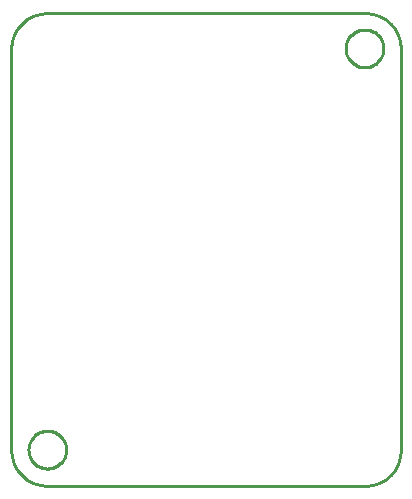
<source format=gbp>
G04 EAGLE Gerber RS-274X export*
G75*
%MOMM*%
%FSLAX34Y34*%
%LPD*%
%INSolder paste bottom*%
%IPPOS*%
%AMOC8*
5,1,8,0,0,1.08239X$1,22.5*%
G01*
%ADD10C,0.000000*%
%ADD11C,0.001000*%
%ADD12C,0.254000*%


D10*
X283050Y370160D02*
X283055Y370553D01*
X283069Y370945D01*
X283093Y371337D01*
X283127Y371728D01*
X283170Y372119D01*
X283223Y372508D01*
X283286Y372895D01*
X283357Y373281D01*
X283439Y373666D01*
X283529Y374048D01*
X283630Y374427D01*
X283739Y374805D01*
X283858Y375179D01*
X283985Y375550D01*
X284122Y375918D01*
X284268Y376283D01*
X284423Y376644D01*
X284586Y377001D01*
X284758Y377354D01*
X284939Y377702D01*
X285129Y378046D01*
X285326Y378386D01*
X285532Y378720D01*
X285746Y379049D01*
X285969Y379373D01*
X286199Y379691D01*
X286436Y380004D01*
X286682Y380310D01*
X286935Y380611D01*
X287195Y380905D01*
X287462Y381193D01*
X287736Y381474D01*
X288017Y381748D01*
X288305Y382015D01*
X288599Y382275D01*
X288900Y382528D01*
X289206Y382774D01*
X289519Y383011D01*
X289837Y383241D01*
X290161Y383464D01*
X290490Y383678D01*
X290824Y383884D01*
X291164Y384081D01*
X291508Y384271D01*
X291856Y384452D01*
X292209Y384624D01*
X292566Y384787D01*
X292927Y384942D01*
X293292Y385088D01*
X293660Y385225D01*
X294031Y385352D01*
X294405Y385471D01*
X294783Y385580D01*
X295162Y385681D01*
X295544Y385771D01*
X295929Y385853D01*
X296315Y385924D01*
X296702Y385987D01*
X297091Y386040D01*
X297482Y386083D01*
X297873Y386117D01*
X298265Y386141D01*
X298657Y386155D01*
X299050Y386160D01*
X299443Y386155D01*
X299835Y386141D01*
X300227Y386117D01*
X300618Y386083D01*
X301009Y386040D01*
X301398Y385987D01*
X301785Y385924D01*
X302171Y385853D01*
X302556Y385771D01*
X302938Y385681D01*
X303317Y385580D01*
X303695Y385471D01*
X304069Y385352D01*
X304440Y385225D01*
X304808Y385088D01*
X305173Y384942D01*
X305534Y384787D01*
X305891Y384624D01*
X306244Y384452D01*
X306592Y384271D01*
X306936Y384081D01*
X307276Y383884D01*
X307610Y383678D01*
X307939Y383464D01*
X308263Y383241D01*
X308581Y383011D01*
X308894Y382774D01*
X309200Y382528D01*
X309501Y382275D01*
X309795Y382015D01*
X310083Y381748D01*
X310364Y381474D01*
X310638Y381193D01*
X310905Y380905D01*
X311165Y380611D01*
X311418Y380310D01*
X311664Y380004D01*
X311901Y379691D01*
X312131Y379373D01*
X312354Y379049D01*
X312568Y378720D01*
X312774Y378386D01*
X312971Y378046D01*
X313161Y377702D01*
X313342Y377354D01*
X313514Y377001D01*
X313677Y376644D01*
X313832Y376283D01*
X313978Y375918D01*
X314115Y375550D01*
X314242Y375179D01*
X314361Y374805D01*
X314470Y374427D01*
X314571Y374048D01*
X314661Y373666D01*
X314743Y373281D01*
X314814Y372895D01*
X314877Y372508D01*
X314930Y372119D01*
X314973Y371728D01*
X315007Y371337D01*
X315031Y370945D01*
X315045Y370553D01*
X315050Y370160D01*
X315045Y369767D01*
X315031Y369375D01*
X315007Y368983D01*
X314973Y368592D01*
X314930Y368201D01*
X314877Y367812D01*
X314814Y367425D01*
X314743Y367039D01*
X314661Y366654D01*
X314571Y366272D01*
X314470Y365893D01*
X314361Y365515D01*
X314242Y365141D01*
X314115Y364770D01*
X313978Y364402D01*
X313832Y364037D01*
X313677Y363676D01*
X313514Y363319D01*
X313342Y362966D01*
X313161Y362618D01*
X312971Y362274D01*
X312774Y361934D01*
X312568Y361600D01*
X312354Y361271D01*
X312131Y360947D01*
X311901Y360629D01*
X311664Y360316D01*
X311418Y360010D01*
X311165Y359709D01*
X310905Y359415D01*
X310638Y359127D01*
X310364Y358846D01*
X310083Y358572D01*
X309795Y358305D01*
X309501Y358045D01*
X309200Y357792D01*
X308894Y357546D01*
X308581Y357309D01*
X308263Y357079D01*
X307939Y356856D01*
X307610Y356642D01*
X307276Y356436D01*
X306936Y356239D01*
X306592Y356049D01*
X306244Y355868D01*
X305891Y355696D01*
X305534Y355533D01*
X305173Y355378D01*
X304808Y355232D01*
X304440Y355095D01*
X304069Y354968D01*
X303695Y354849D01*
X303317Y354740D01*
X302938Y354639D01*
X302556Y354549D01*
X302171Y354467D01*
X301785Y354396D01*
X301398Y354333D01*
X301009Y354280D01*
X300618Y354237D01*
X300227Y354203D01*
X299835Y354179D01*
X299443Y354165D01*
X299050Y354160D01*
X298657Y354165D01*
X298265Y354179D01*
X297873Y354203D01*
X297482Y354237D01*
X297091Y354280D01*
X296702Y354333D01*
X296315Y354396D01*
X295929Y354467D01*
X295544Y354549D01*
X295162Y354639D01*
X294783Y354740D01*
X294405Y354849D01*
X294031Y354968D01*
X293660Y355095D01*
X293292Y355232D01*
X292927Y355378D01*
X292566Y355533D01*
X292209Y355696D01*
X291856Y355868D01*
X291508Y356049D01*
X291164Y356239D01*
X290824Y356436D01*
X290490Y356642D01*
X290161Y356856D01*
X289837Y357079D01*
X289519Y357309D01*
X289206Y357546D01*
X288900Y357792D01*
X288599Y358045D01*
X288305Y358305D01*
X288017Y358572D01*
X287736Y358846D01*
X287462Y359127D01*
X287195Y359415D01*
X286935Y359709D01*
X286682Y360010D01*
X286436Y360316D01*
X286199Y360629D01*
X285969Y360947D01*
X285746Y361271D01*
X285532Y361600D01*
X285326Y361934D01*
X285129Y362274D01*
X284939Y362618D01*
X284758Y362966D01*
X284586Y363319D01*
X284423Y363676D01*
X284268Y364037D01*
X284122Y364402D01*
X283985Y364770D01*
X283858Y365141D01*
X283739Y365515D01*
X283630Y365893D01*
X283529Y366272D01*
X283439Y366654D01*
X283357Y367039D01*
X283286Y367425D01*
X283223Y367812D01*
X283170Y368201D01*
X283127Y368592D01*
X283093Y368983D01*
X283069Y369375D01*
X283055Y369767D01*
X283050Y370160D01*
X14480Y30480D02*
X14485Y30873D01*
X14499Y31265D01*
X14523Y31657D01*
X14557Y32048D01*
X14600Y32439D01*
X14653Y32828D01*
X14716Y33215D01*
X14787Y33601D01*
X14869Y33986D01*
X14959Y34368D01*
X15060Y34747D01*
X15169Y35125D01*
X15288Y35499D01*
X15415Y35870D01*
X15552Y36238D01*
X15698Y36603D01*
X15853Y36964D01*
X16016Y37321D01*
X16188Y37674D01*
X16369Y38022D01*
X16559Y38366D01*
X16756Y38706D01*
X16962Y39040D01*
X17176Y39369D01*
X17399Y39693D01*
X17629Y40011D01*
X17866Y40324D01*
X18112Y40630D01*
X18365Y40931D01*
X18625Y41225D01*
X18892Y41513D01*
X19166Y41794D01*
X19447Y42068D01*
X19735Y42335D01*
X20029Y42595D01*
X20330Y42848D01*
X20636Y43094D01*
X20949Y43331D01*
X21267Y43561D01*
X21591Y43784D01*
X21920Y43998D01*
X22254Y44204D01*
X22594Y44401D01*
X22938Y44591D01*
X23286Y44772D01*
X23639Y44944D01*
X23996Y45107D01*
X24357Y45262D01*
X24722Y45408D01*
X25090Y45545D01*
X25461Y45672D01*
X25835Y45791D01*
X26213Y45900D01*
X26592Y46001D01*
X26974Y46091D01*
X27359Y46173D01*
X27745Y46244D01*
X28132Y46307D01*
X28521Y46360D01*
X28912Y46403D01*
X29303Y46437D01*
X29695Y46461D01*
X30087Y46475D01*
X30480Y46480D01*
X30873Y46475D01*
X31265Y46461D01*
X31657Y46437D01*
X32048Y46403D01*
X32439Y46360D01*
X32828Y46307D01*
X33215Y46244D01*
X33601Y46173D01*
X33986Y46091D01*
X34368Y46001D01*
X34747Y45900D01*
X35125Y45791D01*
X35499Y45672D01*
X35870Y45545D01*
X36238Y45408D01*
X36603Y45262D01*
X36964Y45107D01*
X37321Y44944D01*
X37674Y44772D01*
X38022Y44591D01*
X38366Y44401D01*
X38706Y44204D01*
X39040Y43998D01*
X39369Y43784D01*
X39693Y43561D01*
X40011Y43331D01*
X40324Y43094D01*
X40630Y42848D01*
X40931Y42595D01*
X41225Y42335D01*
X41513Y42068D01*
X41794Y41794D01*
X42068Y41513D01*
X42335Y41225D01*
X42595Y40931D01*
X42848Y40630D01*
X43094Y40324D01*
X43331Y40011D01*
X43561Y39693D01*
X43784Y39369D01*
X43998Y39040D01*
X44204Y38706D01*
X44401Y38366D01*
X44591Y38022D01*
X44772Y37674D01*
X44944Y37321D01*
X45107Y36964D01*
X45262Y36603D01*
X45408Y36238D01*
X45545Y35870D01*
X45672Y35499D01*
X45791Y35125D01*
X45900Y34747D01*
X46001Y34368D01*
X46091Y33986D01*
X46173Y33601D01*
X46244Y33215D01*
X46307Y32828D01*
X46360Y32439D01*
X46403Y32048D01*
X46437Y31657D01*
X46461Y31265D01*
X46475Y30873D01*
X46480Y30480D01*
X46475Y30087D01*
X46461Y29695D01*
X46437Y29303D01*
X46403Y28912D01*
X46360Y28521D01*
X46307Y28132D01*
X46244Y27745D01*
X46173Y27359D01*
X46091Y26974D01*
X46001Y26592D01*
X45900Y26213D01*
X45791Y25835D01*
X45672Y25461D01*
X45545Y25090D01*
X45408Y24722D01*
X45262Y24357D01*
X45107Y23996D01*
X44944Y23639D01*
X44772Y23286D01*
X44591Y22938D01*
X44401Y22594D01*
X44204Y22254D01*
X43998Y21920D01*
X43784Y21591D01*
X43561Y21267D01*
X43331Y20949D01*
X43094Y20636D01*
X42848Y20330D01*
X42595Y20029D01*
X42335Y19735D01*
X42068Y19447D01*
X41794Y19166D01*
X41513Y18892D01*
X41225Y18625D01*
X40931Y18365D01*
X40630Y18112D01*
X40324Y17866D01*
X40011Y17629D01*
X39693Y17399D01*
X39369Y17176D01*
X39040Y16962D01*
X38706Y16756D01*
X38366Y16559D01*
X38022Y16369D01*
X37674Y16188D01*
X37321Y16016D01*
X36964Y15853D01*
X36603Y15698D01*
X36238Y15552D01*
X35870Y15415D01*
X35499Y15288D01*
X35125Y15169D01*
X34747Y15060D01*
X34368Y14959D01*
X33986Y14869D01*
X33601Y14787D01*
X33215Y14716D01*
X32828Y14653D01*
X32439Y14600D01*
X32048Y14557D01*
X31657Y14523D01*
X31265Y14499D01*
X30873Y14485D01*
X30480Y14480D01*
X30087Y14485D01*
X29695Y14499D01*
X29303Y14523D01*
X28912Y14557D01*
X28521Y14600D01*
X28132Y14653D01*
X27745Y14716D01*
X27359Y14787D01*
X26974Y14869D01*
X26592Y14959D01*
X26213Y15060D01*
X25835Y15169D01*
X25461Y15288D01*
X25090Y15415D01*
X24722Y15552D01*
X24357Y15698D01*
X23996Y15853D01*
X23639Y16016D01*
X23286Y16188D01*
X22938Y16369D01*
X22594Y16559D01*
X22254Y16756D01*
X21920Y16962D01*
X21591Y17176D01*
X21267Y17399D01*
X20949Y17629D01*
X20636Y17866D01*
X20330Y18112D01*
X20029Y18365D01*
X19735Y18625D01*
X19447Y18892D01*
X19166Y19166D01*
X18892Y19447D01*
X18625Y19735D01*
X18365Y20029D01*
X18112Y20330D01*
X17866Y20636D01*
X17629Y20949D01*
X17399Y21267D01*
X17176Y21591D01*
X16962Y21920D01*
X16756Y22254D01*
X16559Y22594D01*
X16369Y22938D01*
X16188Y23286D01*
X16016Y23639D01*
X15853Y23996D01*
X15698Y24357D01*
X15552Y24722D01*
X15415Y25090D01*
X15288Y25461D01*
X15169Y25835D01*
X15060Y26213D01*
X14959Y26592D01*
X14869Y26974D01*
X14787Y27359D01*
X14716Y27745D01*
X14653Y28132D01*
X14600Y28521D01*
X14557Y28912D01*
X14523Y29303D01*
X14499Y29695D01*
X14485Y30087D01*
X14480Y30480D01*
D11*
X30000Y0D02*
X300000Y0D01*
X30000Y0D02*
X23954Y610D01*
X18323Y2358D01*
X13227Y5124D01*
X8787Y8787D01*
X5124Y13227D01*
X2358Y18323D01*
X610Y23954D01*
X0Y30000D01*
X0Y370000D01*
X610Y376046D01*
X2358Y381677D01*
X5124Y386773D01*
X8787Y391213D01*
X13227Y394877D01*
X18323Y397643D01*
X23954Y399391D01*
X30000Y400000D01*
X300000Y400000D01*
X306046Y399391D01*
X311677Y397643D01*
X316773Y394877D01*
X321213Y391213D01*
X324877Y386773D01*
X327643Y381677D01*
X329391Y376046D01*
X330000Y370000D01*
X330000Y30000D01*
X329391Y23954D01*
X327643Y18323D01*
X324877Y13227D01*
X321213Y8787D01*
X316773Y5124D01*
X311677Y2358D01*
X306046Y610D01*
X300000Y0D01*
D12*
X0Y30000D02*
X610Y23954D01*
X2358Y18323D01*
X5124Y13227D01*
X8787Y8787D01*
X13227Y5124D01*
X18323Y2358D01*
X23954Y610D01*
X30000Y0D01*
X300000Y0D01*
X306046Y610D01*
X311677Y2358D01*
X316773Y5124D01*
X321213Y8787D01*
X324877Y13227D01*
X327643Y18323D01*
X329391Y23954D01*
X330000Y30000D01*
X330000Y370000D01*
X329391Y376046D01*
X327643Y381677D01*
X324877Y386773D01*
X321213Y391213D01*
X316773Y394877D01*
X311677Y397643D01*
X306046Y399391D01*
X300000Y400000D01*
X30000Y400000D01*
X23954Y399391D01*
X18323Y397643D01*
X13227Y394877D01*
X8787Y391213D01*
X5124Y386773D01*
X2358Y381677D01*
X610Y376046D01*
X0Y370000D01*
X0Y30000D01*
X315050Y369636D02*
X314982Y368591D01*
X314845Y367552D01*
X314640Y366525D01*
X314369Y365513D01*
X314033Y364521D01*
X313632Y363553D01*
X313168Y362614D01*
X312645Y361706D01*
X312063Y360835D01*
X311425Y360004D01*
X310734Y359217D01*
X309993Y358476D01*
X309206Y357785D01*
X308375Y357148D01*
X307504Y356566D01*
X306596Y356042D01*
X305657Y355578D01*
X304689Y355177D01*
X303697Y354841D01*
X302685Y354570D01*
X301658Y354365D01*
X300619Y354229D01*
X299574Y354160D01*
X298526Y354160D01*
X297481Y354229D01*
X296442Y354365D01*
X295415Y354570D01*
X294403Y354841D01*
X293411Y355177D01*
X292443Y355578D01*
X291504Y356042D01*
X290596Y356566D01*
X289725Y357148D01*
X288894Y357785D01*
X288107Y358476D01*
X287366Y359217D01*
X286675Y360004D01*
X286038Y360835D01*
X285456Y361706D01*
X284932Y362614D01*
X284468Y363553D01*
X284067Y364521D01*
X283731Y365513D01*
X283460Y366525D01*
X283255Y367552D01*
X283119Y368591D01*
X283050Y369636D01*
X283050Y370684D01*
X283119Y371729D01*
X283255Y372768D01*
X283460Y373795D01*
X283731Y374807D01*
X284067Y375799D01*
X284468Y376767D01*
X284932Y377706D01*
X285456Y378614D01*
X286038Y379485D01*
X286675Y380316D01*
X287366Y381103D01*
X288107Y381844D01*
X288894Y382535D01*
X289725Y383173D01*
X290596Y383755D01*
X291504Y384278D01*
X292443Y384742D01*
X293411Y385143D01*
X294403Y385479D01*
X295415Y385750D01*
X296442Y385955D01*
X297481Y386092D01*
X298526Y386160D01*
X299574Y386160D01*
X300619Y386092D01*
X301658Y385955D01*
X302685Y385750D01*
X303697Y385479D01*
X304689Y385143D01*
X305657Y384742D01*
X306596Y384278D01*
X307504Y383755D01*
X308375Y383173D01*
X309206Y382535D01*
X309993Y381844D01*
X310734Y381103D01*
X311425Y380316D01*
X312063Y379485D01*
X312645Y378614D01*
X313168Y377706D01*
X313632Y376767D01*
X314033Y375799D01*
X314369Y374807D01*
X314640Y373795D01*
X314845Y372768D01*
X314982Y371729D01*
X315050Y370684D01*
X315050Y369636D01*
X46480Y29956D02*
X46412Y28911D01*
X46275Y27872D01*
X46070Y26845D01*
X45799Y25833D01*
X45463Y24841D01*
X45062Y23873D01*
X44598Y22934D01*
X44075Y22026D01*
X43493Y21155D01*
X42855Y20324D01*
X42164Y19537D01*
X41423Y18796D01*
X40636Y18105D01*
X39805Y17468D01*
X38934Y16886D01*
X38026Y16362D01*
X37087Y15898D01*
X36119Y15497D01*
X35127Y15161D01*
X34115Y14890D01*
X33088Y14685D01*
X32049Y14549D01*
X31004Y14480D01*
X29956Y14480D01*
X28911Y14549D01*
X27872Y14685D01*
X26845Y14890D01*
X25833Y15161D01*
X24841Y15497D01*
X23873Y15898D01*
X22934Y16362D01*
X22026Y16886D01*
X21155Y17468D01*
X20324Y18105D01*
X19537Y18796D01*
X18796Y19537D01*
X18105Y20324D01*
X17468Y21155D01*
X16886Y22026D01*
X16362Y22934D01*
X15898Y23873D01*
X15497Y24841D01*
X15161Y25833D01*
X14890Y26845D01*
X14685Y27872D01*
X14549Y28911D01*
X14480Y29956D01*
X14480Y31004D01*
X14549Y32049D01*
X14685Y33088D01*
X14890Y34115D01*
X15161Y35127D01*
X15497Y36119D01*
X15898Y37087D01*
X16362Y38026D01*
X16886Y38934D01*
X17468Y39805D01*
X18105Y40636D01*
X18796Y41423D01*
X19537Y42164D01*
X20324Y42855D01*
X21155Y43493D01*
X22026Y44075D01*
X22934Y44598D01*
X23873Y45062D01*
X24841Y45463D01*
X25833Y45799D01*
X26845Y46070D01*
X27872Y46275D01*
X28911Y46412D01*
X29956Y46480D01*
X31004Y46480D01*
X32049Y46412D01*
X33088Y46275D01*
X34115Y46070D01*
X35127Y45799D01*
X36119Y45463D01*
X37087Y45062D01*
X38026Y44598D01*
X38934Y44075D01*
X39805Y43493D01*
X40636Y42855D01*
X41423Y42164D01*
X42164Y41423D01*
X42855Y40636D01*
X43493Y39805D01*
X44075Y38934D01*
X44598Y38026D01*
X45062Y37087D01*
X45463Y36119D01*
X45799Y35127D01*
X46070Y34115D01*
X46275Y33088D01*
X46412Y32049D01*
X46480Y31004D01*
X46480Y29956D01*
M02*

</source>
